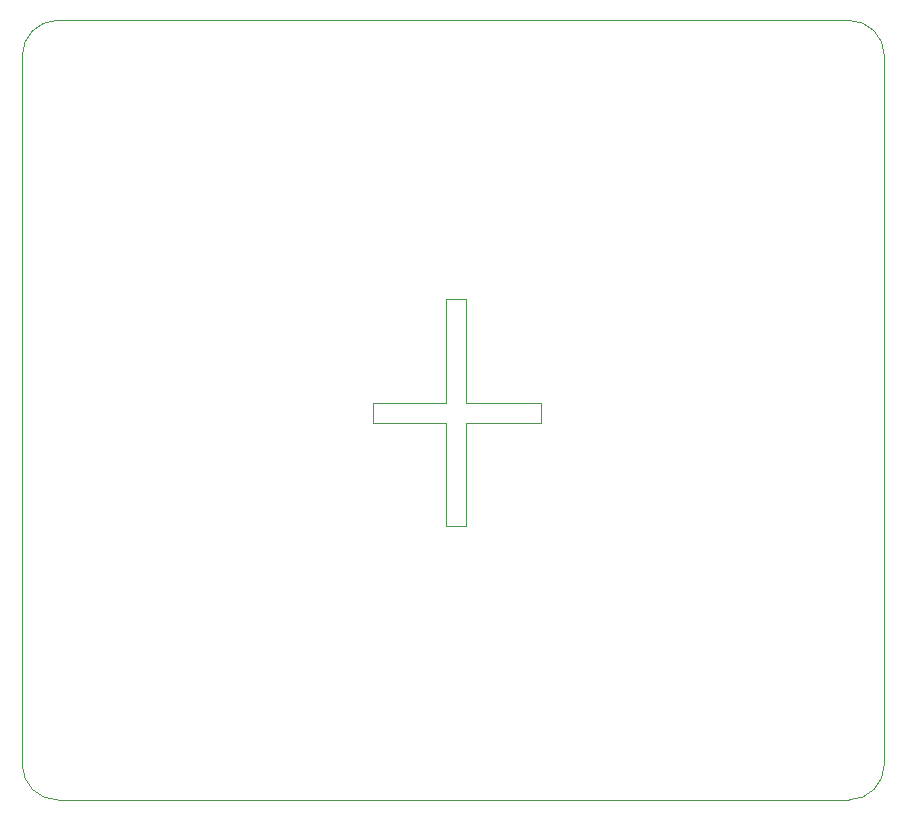
<source format=gko>
%TF.GenerationSoftware,KiCad,Pcbnew,(6.0.7)*%
%TF.CreationDate,2022-11-21T20:08:05+01:00*%
%TF.ProjectId,Arbolito,4172626f-6c69-4746-9f2e-6b696361645f,rev?*%
%TF.SameCoordinates,Original*%
%TF.FileFunction,Profile,NP*%
%FSLAX46Y46*%
G04 Gerber Fmt 4.6, Leading zero omitted, Abs format (unit mm)*
G04 Created by KiCad (PCBNEW (6.0.7)) date 2022-11-21 20:08:05*
%MOMM*%
%LPD*%
G01*
G04 APERTURE LIST*
%TA.AperFunction,Profile*%
%ADD10C,0.100000*%
%TD*%
G04 APERTURE END LIST*
D10*
X105000000Y-125000000D02*
G75*
G03*
X108000000Y-128000000I3000000J0D01*
G01*
X148900000Y-96100000D02*
X142600000Y-96100000D01*
X178000000Y-65000000D02*
G75*
G03*
X175000000Y-62000000I-3000000J0D01*
G01*
X178000000Y-125000000D02*
X178000000Y-65000000D01*
X140900000Y-104800000D02*
X140900000Y-96100000D01*
X142600000Y-104800000D02*
X140900000Y-104800000D01*
X140900000Y-96100000D02*
X134700000Y-96100000D01*
X140900000Y-94400000D02*
X140900000Y-85600000D01*
X142600000Y-85600000D02*
X142600000Y-94400000D01*
X134700000Y-96100000D02*
X134700000Y-94400000D01*
X134700000Y-94400000D02*
X140900000Y-94400000D01*
X108000000Y-62000000D02*
G75*
G03*
X105000000Y-65000000I0J-3000000D01*
G01*
X142600000Y-96100000D02*
X142600000Y-104800000D01*
X140900000Y-85600000D02*
X142600000Y-85600000D01*
X148900000Y-94400000D02*
X148900000Y-96100000D01*
X105000000Y-65000000D02*
X105000000Y-125000000D01*
X108000000Y-128000000D02*
X175000000Y-128000000D01*
X175000000Y-62000000D02*
X108000000Y-62000000D01*
X175000000Y-128000000D02*
G75*
G03*
X178000000Y-125000000I0J3000000D01*
G01*
X142600000Y-94400000D02*
X148900000Y-94400000D01*
M02*

</source>
